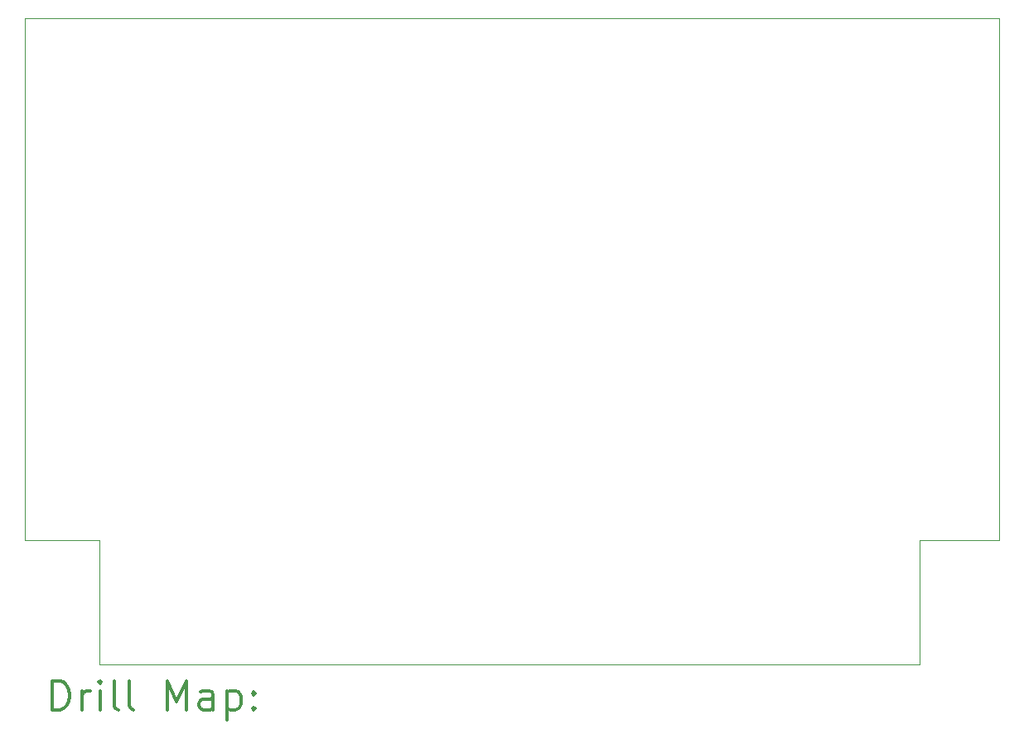
<source format=gbr>
%FSLAX45Y45*%
G04 Gerber Fmt 4.5, Leading zero omitted, Abs format (unit mm)*
G04 Created by KiCad (PCBNEW (5.1.12-1-10_14)) date 2022-01-01 14:19:36*
%MOMM*%
%LPD*%
G01*
G04 APERTURE LIST*
%TA.AperFunction,Profile*%
%ADD10C,0.038100*%
%TD*%
%TA.AperFunction,Profile*%
%ADD11C,0.100000*%
%TD*%
%ADD12C,0.200000*%
%ADD13C,0.300000*%
G04 APERTURE END LIST*
D10*
X3048000Y-12192000D02*
X3810000Y-12192000D01*
X12192000Y-12192000D02*
X13004800Y-12192000D01*
X12192000Y-13462000D02*
X12192000Y-12192000D01*
X3810000Y-13462000D02*
X12192000Y-13462000D01*
X3810000Y-12192000D02*
X3810000Y-13462000D01*
D11*
X3048000Y-6858000D02*
X13004800Y-6858000D01*
X13004800Y-6858000D02*
X13004800Y-12192000D01*
X3048000Y-12192000D02*
X3048000Y-6858000D01*
D12*
D13*
X3329428Y-13929619D02*
X3329428Y-13629619D01*
X3400857Y-13629619D01*
X3443714Y-13643905D01*
X3472286Y-13672476D01*
X3486571Y-13701048D01*
X3500857Y-13758191D01*
X3500857Y-13801048D01*
X3486571Y-13858191D01*
X3472286Y-13886762D01*
X3443714Y-13915334D01*
X3400857Y-13929619D01*
X3329428Y-13929619D01*
X3629428Y-13929619D02*
X3629428Y-13729619D01*
X3629428Y-13786762D02*
X3643714Y-13758191D01*
X3658000Y-13743905D01*
X3686571Y-13729619D01*
X3715143Y-13729619D01*
X3815143Y-13929619D02*
X3815143Y-13729619D01*
X3815143Y-13629619D02*
X3800857Y-13643905D01*
X3815143Y-13658191D01*
X3829428Y-13643905D01*
X3815143Y-13629619D01*
X3815143Y-13658191D01*
X4000857Y-13929619D02*
X3972286Y-13915334D01*
X3958000Y-13886762D01*
X3958000Y-13629619D01*
X4158000Y-13929619D02*
X4129428Y-13915334D01*
X4115143Y-13886762D01*
X4115143Y-13629619D01*
X4500857Y-13929619D02*
X4500857Y-13629619D01*
X4600857Y-13843905D01*
X4700857Y-13629619D01*
X4700857Y-13929619D01*
X4972286Y-13929619D02*
X4972286Y-13772476D01*
X4958000Y-13743905D01*
X4929428Y-13729619D01*
X4872286Y-13729619D01*
X4843714Y-13743905D01*
X4972286Y-13915334D02*
X4943714Y-13929619D01*
X4872286Y-13929619D01*
X4843714Y-13915334D01*
X4829428Y-13886762D01*
X4829428Y-13858191D01*
X4843714Y-13829619D01*
X4872286Y-13815334D01*
X4943714Y-13815334D01*
X4972286Y-13801048D01*
X5115143Y-13729619D02*
X5115143Y-14029619D01*
X5115143Y-13743905D02*
X5143714Y-13729619D01*
X5200857Y-13729619D01*
X5229428Y-13743905D01*
X5243714Y-13758191D01*
X5258000Y-13786762D01*
X5258000Y-13872476D01*
X5243714Y-13901048D01*
X5229428Y-13915334D01*
X5200857Y-13929619D01*
X5143714Y-13929619D01*
X5115143Y-13915334D01*
X5386571Y-13901048D02*
X5400857Y-13915334D01*
X5386571Y-13929619D01*
X5372286Y-13915334D01*
X5386571Y-13901048D01*
X5386571Y-13929619D01*
X5386571Y-13743905D02*
X5400857Y-13758191D01*
X5386571Y-13772476D01*
X5372286Y-13758191D01*
X5386571Y-13743905D01*
X5386571Y-13772476D01*
M02*

</source>
